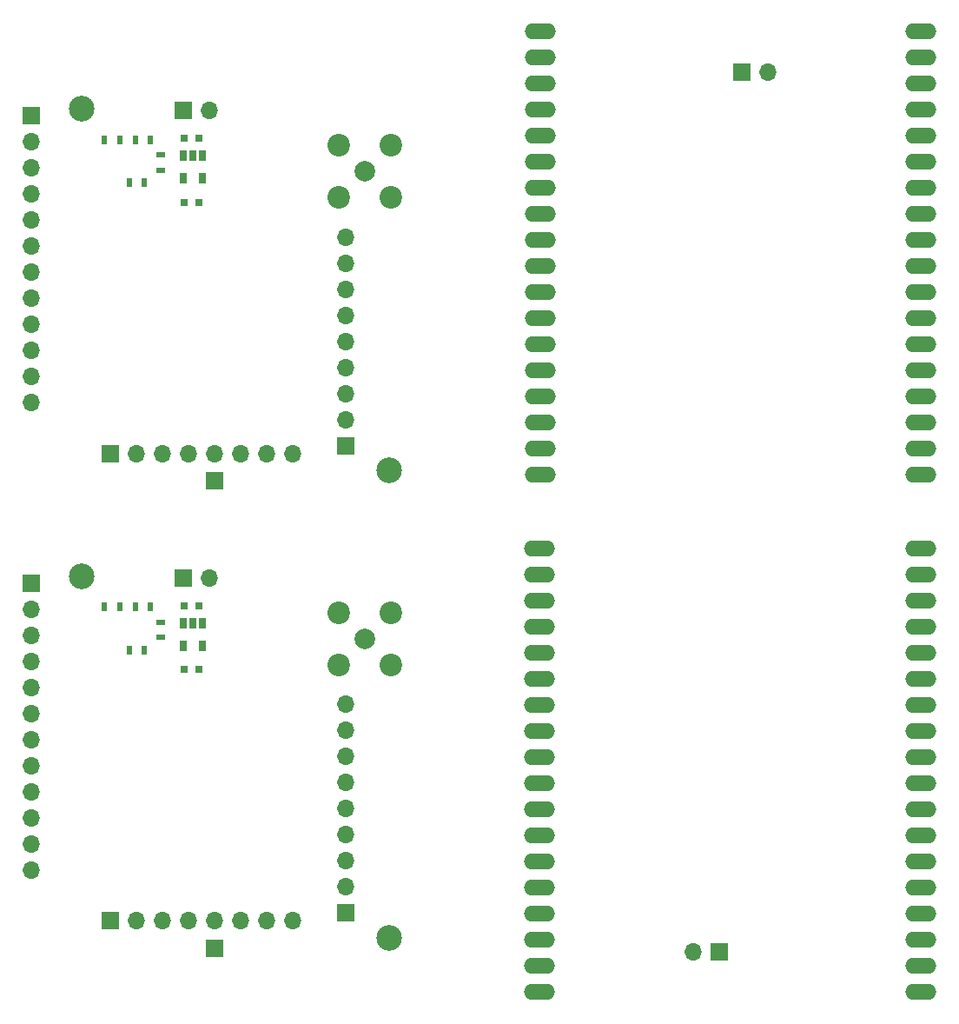
<source format=gbs>
G04 #@! TF.FileFunction,Soldermask,Bot*
%FSLAX46Y46*%
G04 Gerber Fmt 4.6, Leading zero omitted, Abs format (unit mm)*
G04 Created by KiCad (PCBNEW 4.0.6-e0-6349~53~ubuntu14.04.1) date Mon Apr 10 17:45:15 2017*
%MOMM*%
%LPD*%
G01*
G04 APERTURE LIST*
%ADD10C,0.100000*%
%ADD11O,1.700000X1.700000*%
%ADD12R,1.700000X1.700000*%
%ADD13C,2.500000*%
%ADD14R,0.800000X0.750000*%
%ADD15R,0.900000X0.500000*%
%ADD16R,0.500000X0.900000*%
%ADD17R,0.650000X1.060000*%
%ADD18C,2.000000*%
%ADD19C,2.200000*%
%ADD20O,3.048000X1.524000*%
G04 APERTURE END LIST*
D10*
D11*
X137500000Y-73510000D03*
X137500000Y-76050000D03*
X137500000Y-78590000D03*
X137500000Y-81130000D03*
X137500000Y-83670000D03*
X137500000Y-86210000D03*
X137500000Y-88750000D03*
X137500000Y-91290000D03*
D12*
X137500000Y-93830000D03*
D13*
X111750000Y-61000000D03*
X141750000Y-96250000D03*
D14*
X123250000Y-63900000D03*
X121750000Y-63900000D03*
X123250000Y-70100000D03*
X121750000Y-70100000D03*
D12*
X106900000Y-61700000D03*
D11*
X106900000Y-64240000D03*
X106900000Y-66780000D03*
X106900000Y-69320000D03*
X106900000Y-71860000D03*
X106900000Y-74400000D03*
X106900000Y-76940000D03*
X106900000Y-79480000D03*
X106900000Y-82020000D03*
X106900000Y-84560000D03*
X106900000Y-87100000D03*
X106900000Y-89640000D03*
X132380000Y-94600000D03*
X129840000Y-94600000D03*
X127300000Y-94600000D03*
X124760000Y-94600000D03*
X122220000Y-94600000D03*
X119680000Y-94600000D03*
X117140000Y-94600000D03*
D12*
X114600000Y-94600000D03*
X121700000Y-61200000D03*
D11*
X124240000Y-61200000D03*
D15*
X119500000Y-65500000D03*
X119500000Y-67000000D03*
D16*
X116400000Y-68200000D03*
X117900000Y-68200000D03*
X117000000Y-64000000D03*
X118500000Y-64000000D03*
X114000000Y-64000000D03*
X115500000Y-64000000D03*
D17*
X121650000Y-67800000D03*
X123550000Y-67800000D03*
X123550000Y-65600000D03*
X122600000Y-65600000D03*
X121650000Y-65600000D03*
D18*
X139420000Y-67100000D03*
D19*
X141960000Y-69640000D03*
X141960000Y-64560000D03*
X136880000Y-64560000D03*
X136880000Y-69640000D03*
D12*
X124750000Y-97250000D03*
D11*
X137500000Y-119010000D03*
X137500000Y-121550000D03*
X137500000Y-124090000D03*
X137500000Y-126630000D03*
X137500000Y-129170000D03*
X137500000Y-131710000D03*
X137500000Y-134250000D03*
X137500000Y-136790000D03*
D12*
X137500000Y-139330000D03*
D13*
X111750000Y-106500000D03*
X141750000Y-141750000D03*
D14*
X123250000Y-109400000D03*
X121750000Y-109400000D03*
X123250000Y-115600000D03*
X121750000Y-115600000D03*
D12*
X106900000Y-107200000D03*
D11*
X106900000Y-109740000D03*
X106900000Y-112280000D03*
X106900000Y-114820000D03*
X106900000Y-117360000D03*
X106900000Y-119900000D03*
X106900000Y-122440000D03*
X106900000Y-124980000D03*
X106900000Y-127520000D03*
X106900000Y-130060000D03*
X106900000Y-132600000D03*
X106900000Y-135140000D03*
X132380000Y-140100000D03*
X129840000Y-140100000D03*
X127300000Y-140100000D03*
X124760000Y-140100000D03*
X122220000Y-140100000D03*
X119680000Y-140100000D03*
X117140000Y-140100000D03*
D12*
X114600000Y-140100000D03*
X121700000Y-106700000D03*
D11*
X124240000Y-106700000D03*
D15*
X119500000Y-111000000D03*
X119500000Y-112500000D03*
D16*
X116400000Y-113700000D03*
X117900000Y-113700000D03*
X117000000Y-109500000D03*
X118500000Y-109500000D03*
X114000000Y-109500000D03*
X115500000Y-109500000D03*
D17*
X121650000Y-113300000D03*
X123550000Y-113300000D03*
X123550000Y-111100000D03*
X122600000Y-111100000D03*
X121650000Y-111100000D03*
D18*
X139420000Y-112600000D03*
D19*
X141960000Y-115140000D03*
X141960000Y-110060000D03*
X136880000Y-110060000D03*
X136880000Y-115140000D03*
D12*
X124750000Y-142750000D03*
X176100000Y-57400000D03*
D11*
X178640000Y-57400000D03*
D20*
X156452240Y-53493600D03*
X156452240Y-56033600D03*
X156452240Y-58573600D03*
X156452240Y-61113600D03*
X156452240Y-63653600D03*
X156452240Y-66193600D03*
X156452240Y-68733600D03*
X156452240Y-71273600D03*
X156452240Y-73813600D03*
X156452240Y-76353600D03*
X156452240Y-78893600D03*
X156452240Y-81433600D03*
X156452240Y-83973600D03*
X156452240Y-86513600D03*
X156452240Y-89053600D03*
X156452240Y-91593600D03*
X156452240Y-94133600D03*
X156452240Y-96673600D03*
X193559100Y-96673600D03*
X193559100Y-94133600D03*
X193559100Y-91593600D03*
X193559100Y-89053600D03*
X193559100Y-86513600D03*
X193559100Y-83973600D03*
X193559100Y-81433600D03*
X193559100Y-78893600D03*
X193559100Y-76353600D03*
X193559100Y-73813600D03*
X193559100Y-71273600D03*
X193559100Y-68733600D03*
X193559100Y-66193600D03*
X193559100Y-63653600D03*
X193559100Y-61113600D03*
X193559100Y-58573600D03*
X193559100Y-56033600D03*
X193559100Y-53493600D03*
D12*
X173900000Y-143100000D03*
D11*
X171360000Y-143100000D03*
D20*
X193547760Y-147006400D03*
X193547760Y-144466400D03*
X193547760Y-141926400D03*
X193547760Y-139386400D03*
X193547760Y-136846400D03*
X193547760Y-134306400D03*
X193547760Y-131766400D03*
X193547760Y-129226400D03*
X193547760Y-126686400D03*
X193547760Y-124146400D03*
X193547760Y-121606400D03*
X193547760Y-119066400D03*
X193547760Y-116526400D03*
X193547760Y-113986400D03*
X193547760Y-111446400D03*
X193547760Y-108906400D03*
X193547760Y-106366400D03*
X193547760Y-103826400D03*
X156440900Y-103826400D03*
X156440900Y-106366400D03*
X156440900Y-108906400D03*
X156440900Y-111446400D03*
X156440900Y-113986400D03*
X156440900Y-116526400D03*
X156440900Y-119066400D03*
X156440900Y-121606400D03*
X156440900Y-124146400D03*
X156440900Y-126686400D03*
X156440900Y-129226400D03*
X156440900Y-131766400D03*
X156440900Y-134306400D03*
X156440900Y-136846400D03*
X156440900Y-139386400D03*
X156440900Y-141926400D03*
X156440900Y-144466400D03*
X156440900Y-147006400D03*
M02*

</source>
